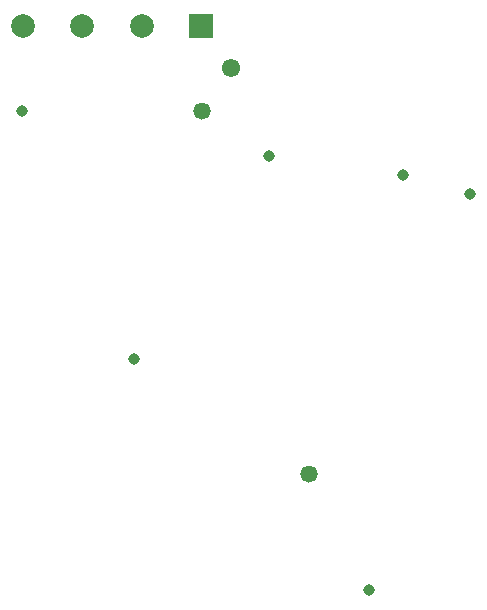
<source format=gbr>
%TF.GenerationSoftware,Altium Limited,Altium Designer,21.1.1 (26)*%
G04 Layer_Color=16711935*
%FSLAX42Y42*%
%MOMM*%
%TF.SameCoordinates,4B38A6DA-841C-4E6F-8FC0-14FCB5F023F9*%
%TF.FilePolarity,Negative*%
%TF.FileFunction,Soldermask,Bot*%
%TF.Part,Single*%
G01*
G75*
%TA.AperFunction,ComponentPad*%
%ADD27C,2.00*%
%ADD28R,2.00X2.00*%
%ADD29C,1.55*%
%TA.AperFunction,ViaPad*%
%ADD30C,1.47*%
%ADD31C,0.97*%
D27*
X7039Y10935D02*
D03*
X7539D02*
D03*
X8039D02*
D03*
D28*
X8539D02*
D03*
D29*
X8799Y10575D02*
D03*
D30*
X8547Y10211D02*
D03*
X9461Y7137D02*
D03*
D31*
X10820Y9512D02*
D03*
X7976Y8115D02*
D03*
X9969Y6160D02*
D03*
X7029Y10215D02*
D03*
X9119Y9830D02*
D03*
X10249Y9671D02*
D03*
%TF.MD5,5fcf8c75d3e654e56805f3055ac6cb73*%
M02*

</source>
